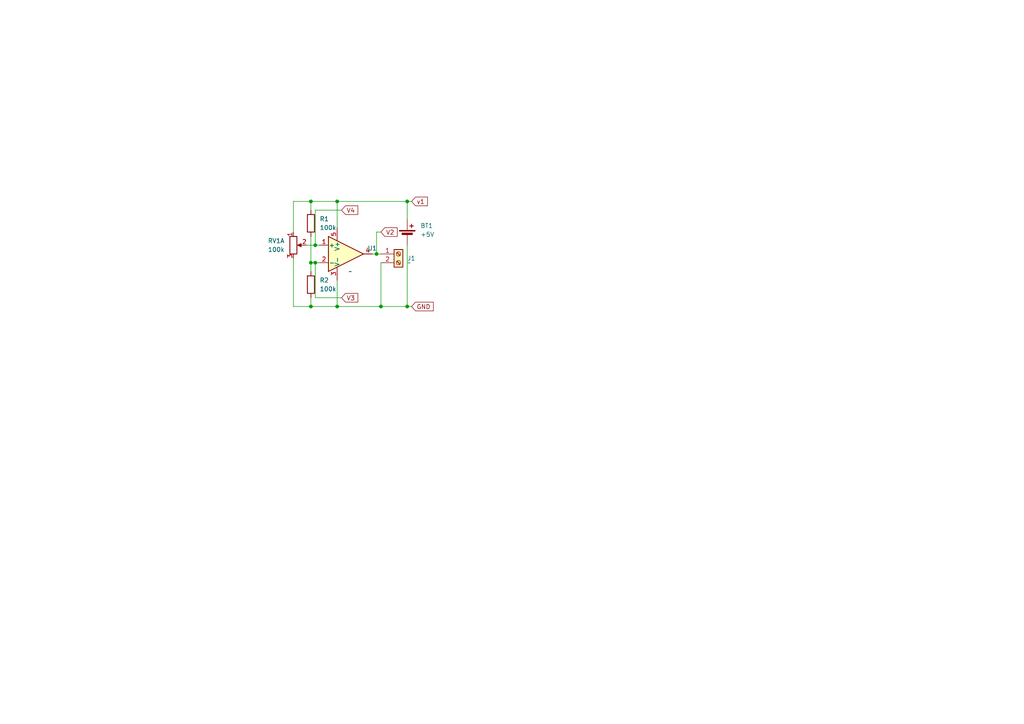
<source format=kicad_sch>
(kicad_sch (version 20230121) (generator eeschema)
  (paper "A4")
  (lib_symbols
    (symbol "Amplifier_Audio:LM1875" (pin_names (offset 0.127))
      (property "Reference" "U" (at 3.81 6.35 0))
      (property "Value" "LM1875" (at 3.81 3.81 0))
      (symbol "LM1875_0_1"
        (polyline (pts (xy -5.08 5.08) (xy 5.08 0) (xy -5.08 -5.08) (xy -5.08 5.08)) (stroke (width 0.254)) (fill (type background)))
      )
      (symbol "LM1875_1_1"
        (pin input line (at -7.62 2.54 0) (length 2.54) (name "+") (number "1"))
        (pin input line (at -7.62 -2.54 0) (length 2.54) (name "-") (number "2"))
        (pin power_in line (at -2.54 -7.62 90) (length 3.81) (name "V-") (number "3"))
        (pin output line (at 7.62 0 180) (length 2.54) (name "~") (number "4"))
        (pin power_in line (at -2.54 7.62 270) (length 3.81) (name "V+") (number "5"))
      )
    )
    (symbol "Connector:Screw_Terminal_01x02" (pin_names (offset 1.016) hide)
      (property "Reference" "J" (at 0 2.54 0))
      (property "Value" "Screw_Terminal_01x02" (at 0 -5.08 0))
      (symbol "Screw_Terminal_01x02_1_1"
        (rectangle (start -1.27 1.27) (end 1.27 -3.81) (stroke (width 0.254)) (fill (type background)))
        (circle (center 0 -2.54) (radius 0.635) (stroke (width 0.1524)))
        (polyline (pts (xy -0.5334 -2.2098) (xy 0.3302 -3.048)) (stroke (width 0.1524)))
        (polyline (pts (xy -0.5334 0.3302) (xy 0.3302 -0.508)) (stroke (width 0.1524)))
        (polyline (pts (xy -0.3556 -2.032) (xy 0.508 -2.8702)) (stroke (width 0.1524)))
        (polyline (pts (xy -0.3556 0.508) (xy 0.508 -0.3302)) (stroke (width 0.1524)))
        (circle (center 0 0) (radius 0.635) (stroke (width 0.1524)))
        (pin passive line (at -5.08 0 0) (length 3.81) (name "Pin_1") (number "1"))
        (pin passive line (at -5.08 -2.54 0) (length 3.81) (name "Pin_2") (number "2"))
      )
    )
    (symbol "Device:Battery_Cell" (pin_numbers hide) (pin_names (offset 0) hide)
      (property "Reference" "BT" (at 2.54 2.54 0))
      (property "Value" "Battery_Cell" (at 2.54 0 0))
      (symbol "Battery_Cell_0_1"
        (rectangle (start -2.286 1.778) (end 2.286 1.524) (fill (type outline)))
        (rectangle (start -1.524 1.016) (end 1.524 0.508) (fill (type outline)))
        (polyline (pts (xy 0 0.762) (xy 0 0)))
        (polyline (pts (xy 0 1.778) (xy 0 2.54)))
        (polyline (pts (xy 0.762 3.048) (xy 1.778 3.048)) (stroke (width 0.254)))
        (polyline (pts (xy 1.27 3.556) (xy 1.27 2.54)) (stroke (width 0.254)))
      )
      (symbol "Battery_Cell_1_1"
        (pin passive line (at 0 5.08 270) (length 2.54) (name "+") (number "1"))
        (pin passive line (at 0 -2.54 90) (length 2.54) (name "-") (number "2"))
      )
    )
    (symbol "Device:R" (pin_numbers hide) (pin_names (offset 0))
      (property "Reference" "R" (at 2.032 0 90))
      (property "Value" "R" (at 0 0 90))
      (symbol "R_0_1"
        (rectangle (start -1.016 -2.54) (end 1.016 2.54) (stroke (width 0.254)))
      )
      (symbol "R_1_1"
        (pin passive line (at 0 3.81 270) (length 1.27) (name "~") (number "1"))
        (pin passive line (at 0 -3.81 90) (length 1.27) (name "~") (number "2"))
      )
    )
    (symbol "Device:R_Potentiometer_Dual_Separate" (pin_names (offset 1.016) hide)
      (property "Reference" "RV" (at -4.445 0 90))
      (property "Value" "R_Potentiometer_Dual_Separate" (at -2.54 0 90))
      (symbol "R_Potentiometer_Dual_Separate_0_1"
        (polyline (pts (xy 2.54 0) (xy 1.524 0)))
        (polyline (pts (xy 1.143 0) (xy 2.286 0.508) (xy 2.286 -0.508) (xy 1.143 0)) (fill (type outline)))
        (rectangle (start 1.016 2.54) (end -1.016 -2.54) (stroke (width 0.254)))
      )
      (symbol "R_Potentiometer_Dual_Separate_1_1"
        (pin passive line (at 0 3.81 270) (length 1.27) (name "1") (number "1"))
        (pin passive line (at 3.81 0 180) (length 1.27) (name "2") (number "2"))
        (pin passive line (at 0 -3.81 90) (length 1.27) (name "3") (number "3"))
      )
      (symbol "R_Potentiometer_Dual_Separate_2_1"
        (pin passive line (at 0 3.81 270) (length 1.27) (name "4") (number "4"))
        (pin passive line (at 3.81 0 180) (length 1.27) (name "5") (number "5"))
        (pin passive line (at 0 -3.81 90) (length 1.27) (name "6") (number "6"))
      )
    )
  )
  (junction (at 97.79 88.9))
  (junction (at 90.17 76.2))
  (junction (at 91.44 76.2))
  (junction (at 90.17 58.42))
  (junction (at 118.11 58.42))
  (junction (at 109.22 73.66))
  (junction (at 91.44 71.12))
  (junction (at 97.79 58.42))
  (junction (at 110.49 88.9))
  (junction (at 90.17 88.9))
  (junction (at 118.11 88.9))
  (wire (pts (xy 110.49 88.9) (xy 118.11 88.9)))
  (wire (pts (xy 85.09 88.9) (xy 90.17 88.9)))
  (wire (pts (xy 88.9 71.12) (xy 91.44 71.12)))
  (wire (pts (xy 90.17 60.96) (xy 90.17 58.42)))
  (wire (pts (xy 110.49 67.31) (xy 109.22 67.31)))
  (wire (pts (xy 90.17 58.42) (xy 97.79 58.42)))
  (wire (pts (xy 90.17 76.2) (xy 91.44 76.2)))
  (wire (pts (xy 99.06 86.36) (xy 91.44 86.36)))
  (wire (pts (xy 97.79 58.42) (xy 118.11 58.42)))
  (wire (pts (xy 91.44 76.2) (xy 92.71 76.2)))
  (wire (pts (xy 91.44 71.12) (xy 92.71 71.12)))
  (wire (pts (xy 90.17 68.58) (xy 90.17 76.2)))
  (wire (pts (xy 109.22 73.66) (xy 110.49 73.66)))
  (wire (pts (xy 118.11 58.42) (xy 118.11 63.5)))
  (wire (pts (xy 90.17 86.36) (xy 90.17 88.9)))
  (wire (pts (xy 118.11 58.42) (xy 119.38 58.42)))
  (wire (pts (xy 85.09 58.42) (xy 90.17 58.42)))
  (wire (pts (xy 91.44 60.96) (xy 91.44 71.12)))
  (wire (pts (xy 97.79 88.9) (xy 110.49 88.9)))
  (wire (pts (xy 97.79 81.28) (xy 97.79 88.9)))
  (wire (pts (xy 97.79 58.42) (xy 97.79 66.04)))
  (wire (pts (xy 91.44 86.36) (xy 91.44 76.2)))
  (wire (pts (xy 90.17 76.2) (xy 90.17 78.74)))
  (wire (pts (xy 110.49 76.2) (xy 110.49 88.9)))
  (wire (pts (xy 99.06 60.96) (xy 91.44 60.96)))
  (wire (pts (xy 109.22 67.31) (xy 109.22 73.66)))
  (wire (pts (xy 118.11 88.9) (xy 119.38 88.9)))
  (wire (pts (xy 85.09 67.31) (xy 85.09 58.42)))
  (wire (pts (xy 107.95 73.66) (xy 109.22 73.66)))
  (wire (pts (xy 118.11 71.12) (xy 118.11 88.9)))
  (wire (pts (xy 90.17 88.9) (xy 97.79 88.9)))
  (wire (pts (xy 85.09 74.93) (xy 85.09 88.9)))
  (global_label "V4" (shape input) (at 99.06 60.96 0) (property "Intersheetrefs" "${INTERSHEET_REFS}" (effects hide)))
  (global_label "V3" (shape input) (at 99.06 86.36 0) (property "Intersheetrefs" "${INTERSHEET_REFS}" (effects hide)))
  (global_label "V2" (shape input) (at 110.49 67.31 0) (property "Intersheetrefs" "${INTERSHEET_REFS}" (effects hide)))
  (global_label "v1" (shape input) (at 119.38 58.42 0) (property "Intersheetrefs" "${INTERSHEET_REFS}" (effects hide)))
  (global_label "GND" (shape input) (at 119.38 88.9 0) (property "Intersheetrefs" "${INTERSHEET_REFS}" (effects hide)))
  (symbol (lib_id "Device:R_Potentiometer_Dual_Separate") (at 85.09 71.12 0) (unit 1)
    (property "Reference" "RV1" (at 82.55 69.85 0) (effects (justify right)))
    (property "Value" "100k" (at 82.55 72.39 0) (effects (justify right)))
    (property "Footprint" "Potentiometer_THT:Potentiometer_Alpha_RD902F-40-00D_Dual_Vertical" (effects hide))
  )
  (symbol (lib_id "Device:R") (at 90.17 82.55 0) (unit 1)
    (property "Reference" "R2" (at 92.71 81.28 0) (effects (justify left)))
    (property "Value" "100k" (at 92.71 83.82 0) (effects (justify left)))
    (property "Footprint" "Resistor_THT:R_Axial_DIN0204_L3.6mm_D1.6mm_P5.08mm_Horizontal" (effects hide))
  )
  (symbol (lib_id "Connector:Screw_Terminal_01x02") (at 115.57 73.66 0) (unit 1)
    (property "Reference" "J1" (at 118.11 74.93 0) (effects (justify left)))
    (property "Value" "~" (at 118.11 76.2 0) (effects (justify left)))
    (property "Footprint" "TerminalBlock:TerminalBlock_Altech_AK300-2_P5.00mm" (effects hide))
  )
  (symbol (lib_id "Device:Battery_Cell") (at 118.11 68.58 0) (unit 1)
    (property "Reference" "BT1" (at 121.92 65.4685 0) (effects (justify left)))
    (property "Value" "+5V" (at 121.92 68.0085 0) (effects (justify left)))
    (property "Footprint" "Battery:BatteryHolder_Keystone_103_1x20mm" (effects hide))
  )
  (symbol (lib_id "Device:R") (at 90.17 64.77 0) (unit 1)
    (property "Reference" "R1" (at 92.71 63.5 0) (effects (justify left)))
    (property "Value" "100k" (at 92.71 66.04 0) (effects (justify left)))
    (property "Footprint" "Resistor_THT:R_Axial_DIN0204_L3.6mm_D1.6mm_P5.08mm_Horizontal" (effects hide))
  )
  (symbol (lib_id "Amplifier_Audio:LM1875") (at 100.33 73.66 0) (unit 1)
    (property "Reference" "U1" (at 107.95 72.0091 0))
    (property "Value" "~" (at 101.6 78.74 0))
    (property "Footprint" "Package_TO_SOT_THT:TO-220-5_P3.4x3.7mm_StaggerOdd_Lead3.8mm_Vertical" (effects hide))
    (property "Datasheet" "http://www.ti.com/lit/ds/symlink/lm1875.pdf" (effects hide))
  )
)
</source>
